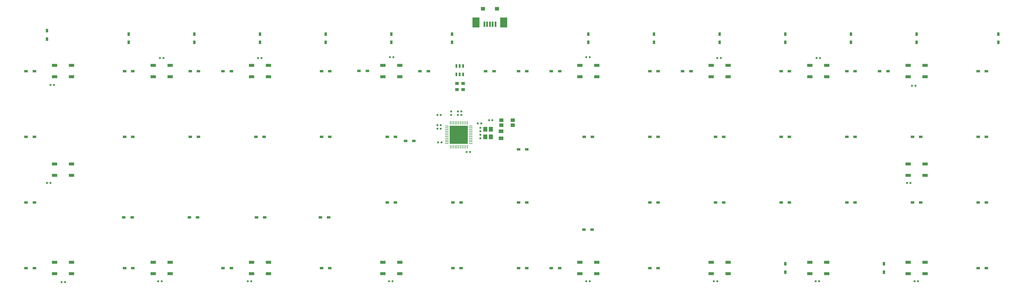
<source format=gbr>
%TF.GenerationSoftware,Altium Limited,Altium Designer,20.2.6 (244)*%
G04 Layer_Color=128*
%FSLAX45Y45*%
%MOMM*%
%TF.SameCoordinates,5881816B-C68B-4CD5-A74A-5D75E061FB32*%
%TF.FilePolarity,Positive*%
%TF.FileFunction,Paste,Bot*%
%TF.Part,Single*%
G01*
G75*
%TA.AperFunction,SMDPad,CuDef*%
%ADD23R,1.50000X0.90000*%
%ADD24R,0.50000X1.60000*%
%ADD25R,2.10000X2.90000*%
%ADD26R,1.30000X1.00000*%
%ADD27R,1.00000X0.80000*%
%ADD28R,0.60000X0.60000*%
%ADD29R,0.60000X1.10000*%
%ADD30R,0.80000X1.00000*%
%ADD31R,0.60000X0.60000*%
%ADD32R,1.00000X0.90000*%
%ADD33R,1.15000X1.40000*%
%ADD34R,1.40000X1.00000*%
%ADD35R,1.15000X1.05000*%
%ADD36R,5.30000X5.30000*%
%ADD37R,1.05000X0.25000*%
%ADD38R,0.25000X1.05000*%
D23*
X12137500Y-3975000D02*
D03*
X12137500Y-3645000D02*
D03*
X12627500D02*
D03*
X12627500Y-3975000D02*
D03*
Y-1117500D02*
D03*
X12627500Y-787500D02*
D03*
X12137500D02*
D03*
X12137500Y-1117500D02*
D03*
X9280000D02*
D03*
X9280000Y-787500D02*
D03*
X9770000D02*
D03*
X9770000Y-1117500D02*
D03*
X6912500D02*
D03*
X6912500Y-787500D02*
D03*
X6422500D02*
D03*
X6422500Y-1117500D02*
D03*
X2612500D02*
D03*
X2612500Y-787500D02*
D03*
X3102500D02*
D03*
X3102500Y-1117500D02*
D03*
X-2612500D02*
D03*
X-2612500Y-787500D02*
D03*
X-3102500D02*
D03*
X-3102500Y-1117500D02*
D03*
X-6912500D02*
D03*
X-6912500Y-787500D02*
D03*
X-6422500D02*
D03*
X-6422500Y-1117500D02*
D03*
X-9280000D02*
D03*
X-9280000Y-787500D02*
D03*
X-9770000D02*
D03*
X-9770000Y-1117500D02*
D03*
X-12627500D02*
D03*
X-12627500Y-787500D02*
D03*
X-12137500D02*
D03*
X-12137500Y-1117500D02*
D03*
Y-3975000D02*
D03*
X-12137500Y-3645000D02*
D03*
X-12627500D02*
D03*
X-12627500Y-3975000D02*
D03*
Y-6832500D02*
D03*
X-12627500Y-6502500D02*
D03*
X-12137500D02*
D03*
X-12137500Y-6832500D02*
D03*
X-9280000D02*
D03*
X-9280000Y-6502500D02*
D03*
X-9770000D02*
D03*
X-9770000Y-6832500D02*
D03*
X-6912500D02*
D03*
X-6912500Y-6502500D02*
D03*
X-6422500D02*
D03*
X-6422500Y-6832500D02*
D03*
X-2612500D02*
D03*
X-2612500Y-6502500D02*
D03*
X-3102500D02*
D03*
X-3102500Y-6832500D02*
D03*
X2612500D02*
D03*
X2612500Y-6502500D02*
D03*
X3102500D02*
D03*
X3102500Y-6832500D02*
D03*
X6912500D02*
D03*
X6912500Y-6502500D02*
D03*
X6422500D02*
D03*
X6422500Y-6832500D02*
D03*
X9280000D02*
D03*
X9280000Y-6502500D02*
D03*
X9770000D02*
D03*
X9770000Y-6832500D02*
D03*
X12627500D02*
D03*
X12627500Y-6502500D02*
D03*
X12137500D02*
D03*
X12137500Y-6832500D02*
D03*
D24*
X160000Y410000D02*
D03*
X80000D02*
D03*
X-80000D02*
D03*
X-160000D02*
D03*
X0D02*
D03*
D25*
X400000Y460000D02*
D03*
X-400000D02*
D03*
D26*
X210000Y860000D02*
D03*
X-200000D02*
D03*
D27*
X1072500Y-4762500D02*
D03*
X832500D02*
D03*
X-2205000Y-2975000D02*
D03*
X-2445000D02*
D03*
X-2977500Y-2857500D02*
D03*
X-2737500D02*
D03*
X2970000Y-5550000D02*
D03*
X2730000D02*
D03*
X-4680000Y-5200000D02*
D03*
X-4920000D02*
D03*
X-6530000D02*
D03*
X-6770000D02*
D03*
X-10380000D02*
D03*
X-10620000D02*
D03*
X-8480000D02*
D03*
X-8720000D02*
D03*
X-1072500Y-4762500D02*
D03*
X-832500D02*
D03*
X8452500D02*
D03*
X8692500D02*
D03*
X4642500D02*
D03*
X4882500D02*
D03*
X6547500D02*
D03*
X6787500D02*
D03*
X-3795000Y-950000D02*
D03*
X-3555000D02*
D03*
X830000Y-3225000D02*
D03*
X1070000D02*
D03*
X832500Y-952500D02*
D03*
X1072500D02*
D03*
X-120000D02*
D03*
X120000D02*
D03*
X14407500Y-6667500D02*
D03*
X14167500D02*
D03*
X-4882500Y-2857500D02*
D03*
X-4642500D02*
D03*
X-6787500D02*
D03*
X-6547500D02*
D03*
X-8692500Y-952500D02*
D03*
X-8452500D02*
D03*
X-10597500D02*
D03*
X-10357500D02*
D03*
X-13455000D02*
D03*
X-13214999D02*
D03*
X-2025000D02*
D03*
X-1785000D02*
D03*
X-4882500D02*
D03*
X-4642500D02*
D03*
X-7740000D02*
D03*
X-7500000D02*
D03*
X10357500D02*
D03*
X10597500D02*
D03*
X8692500D02*
D03*
X8452500D02*
D03*
X5595000D02*
D03*
X5835000D02*
D03*
X4642500D02*
D03*
X4882500D02*
D03*
X1785000D02*
D03*
X2025000D02*
D03*
X-8692500Y-2857500D02*
D03*
X-8452500D02*
D03*
X-10597500D02*
D03*
X-10357500D02*
D03*
X-13455000D02*
D03*
X-13214999D02*
D03*
X14167500Y-952500D02*
D03*
X14407500D02*
D03*
X11310000D02*
D03*
X11550000D02*
D03*
X4642500Y-6667500D02*
D03*
X4882500D02*
D03*
X1785000D02*
D03*
X2025000D02*
D03*
X832500D02*
D03*
X1072500D02*
D03*
X-1072500D02*
D03*
X-832500D02*
D03*
X-4882500D02*
D03*
X-4642500D02*
D03*
X-7500000D02*
D03*
X-7740000D02*
D03*
X-10597500D02*
D03*
X-10357500D02*
D03*
X-13455000D02*
D03*
X-13214999D02*
D03*
X14167500Y-4762500D02*
D03*
X14407500D02*
D03*
X12262500D02*
D03*
X12502500D02*
D03*
X10357500D02*
D03*
X10597500D02*
D03*
X-2977500D02*
D03*
X-2737500D02*
D03*
X-13455000D02*
D03*
X-13214999D02*
D03*
X14167500Y-2857500D02*
D03*
X14407500D02*
D03*
X12262500D02*
D03*
X12502500D02*
D03*
X10357500D02*
D03*
X10597500D02*
D03*
X8452500D02*
D03*
X8692500D02*
D03*
X6547500D02*
D03*
X6787500D02*
D03*
X4642500D02*
D03*
X4882500D02*
D03*
X2737500D02*
D03*
X2977500D02*
D03*
D28*
X-25000Y-2375000D02*
D03*
X75000D02*
D03*
X-1525000Y-2225000D02*
D03*
X-1425000D02*
D03*
X-6625000Y-575000D02*
D03*
X-6725000D02*
D03*
X-2800000Y-550000D02*
D03*
X-2900000D02*
D03*
X6700000Y-575000D02*
D03*
X6600000D02*
D03*
X9575000D02*
D03*
X9475000D02*
D03*
X-350000Y-2475000D02*
D03*
X-250000D02*
D03*
X-1425000Y-2525000D02*
D03*
X-1525000D02*
D03*
X-1425000Y-2625000D02*
D03*
X-1525000D02*
D03*
X-675000Y-3300000D02*
D03*
X-575000D02*
D03*
X-1400000Y-3025000D02*
D03*
X-1500000D02*
D03*
X-9525000Y-7050000D02*
D03*
X-9625000D02*
D03*
X2800000Y-550000D02*
D03*
X2900000D02*
D03*
X12250000Y-1375000D02*
D03*
X12350000D02*
D03*
X12100000Y-4200000D02*
D03*
X12200000D02*
D03*
X12325000Y-7050000D02*
D03*
X12425000D02*
D03*
X9450000D02*
D03*
X9550000D02*
D03*
X2800000D02*
D03*
X2900000D02*
D03*
X-2925000D02*
D03*
X-2825000D02*
D03*
X6500000D02*
D03*
X6600000D02*
D03*
X-7025000D02*
D03*
X-6925000D02*
D03*
X-12425000Y-7075000D02*
D03*
X-12325000D02*
D03*
X-9575000Y-575000D02*
D03*
X-9475000D02*
D03*
X-12750000Y-1350000D02*
D03*
X-12650000D02*
D03*
X-12850000Y-4200000D02*
D03*
X-12750000D02*
D03*
D29*
X-970000Y-800000D02*
D03*
X-875000D02*
D03*
X-780000D02*
D03*
Y-1050000D02*
D03*
X-875000D02*
D03*
X-970000D02*
D03*
D30*
X-1100000Y-120000D02*
D03*
Y120000D02*
D03*
X-6667500D02*
D03*
Y-120000D02*
D03*
X2857500Y120000D02*
D03*
Y-120000D02*
D03*
X11430000Y-6787500D02*
D03*
Y-6547500D02*
D03*
X-2857500Y120000D02*
D03*
Y-120000D02*
D03*
X-4762500Y120000D02*
D03*
Y-120000D02*
D03*
X-8572500Y120000D02*
D03*
Y-120000D02*
D03*
X-10477500Y120000D02*
D03*
Y-120000D02*
D03*
X-12850000Y220000D02*
D03*
Y-20000D02*
D03*
X10477500Y120000D02*
D03*
Y-120000D02*
D03*
X8572500Y120000D02*
D03*
Y-120000D02*
D03*
X6667500Y120000D02*
D03*
Y-120000D02*
D03*
X4762500Y120000D02*
D03*
Y-120000D02*
D03*
X14750000Y120000D02*
D03*
Y-120000D02*
D03*
X12382500Y120000D02*
D03*
Y-120000D02*
D03*
X8572500Y-6787500D02*
D03*
Y-6547500D02*
D03*
D31*
X-925000Y-2225000D02*
D03*
Y-2125000D02*
D03*
X-825000Y-2225000D02*
D03*
Y-2125000D02*
D03*
X-1125000Y-2225000D02*
D03*
Y-2125000D02*
D03*
X-275000Y-2600000D02*
D03*
Y-2700000D02*
D03*
Y-2800000D02*
D03*
Y-2900000D02*
D03*
D32*
X-950000Y-1485000D02*
D03*
Y-1315000D02*
D03*
X-775000Y-1485000D02*
D03*
Y-1315000D02*
D03*
D33*
X30000Y-2640000D02*
D03*
Y-2860000D02*
D03*
X-130000D02*
D03*
Y-2640000D02*
D03*
D34*
X325000Y-2900000D02*
D03*
Y-2700000D02*
D03*
D35*
X332500Y-2522500D02*
D03*
Y-2377500D02*
D03*
X667500Y-2522500D02*
D03*
Y-2377500D02*
D03*
D36*
X-900000Y-2800000D02*
D03*
D37*
X-1247500Y-2550000D02*
D03*
Y-2600000D02*
D03*
Y-2650000D02*
D03*
Y-2700000D02*
D03*
Y-2750000D02*
D03*
Y-2800000D02*
D03*
Y-2850000D02*
D03*
Y-2900000D02*
D03*
Y-2950000D02*
D03*
Y-3000000D02*
D03*
Y-3050000D02*
D03*
X-552500D02*
D03*
Y-3000000D02*
D03*
Y-2950000D02*
D03*
Y-2900000D02*
D03*
Y-2850000D02*
D03*
Y-2800000D02*
D03*
Y-2750000D02*
D03*
Y-2700000D02*
D03*
Y-2650000D02*
D03*
Y-2600000D02*
D03*
Y-2550000D02*
D03*
D38*
X-1150000Y-3147500D02*
D03*
X-1100000D02*
D03*
X-1050000D02*
D03*
X-1000000D02*
D03*
X-950000D02*
D03*
X-900000D02*
D03*
X-850000D02*
D03*
X-800000D02*
D03*
X-750000D02*
D03*
X-700000D02*
D03*
X-650000D02*
D03*
Y-2452500D02*
D03*
X-700000D02*
D03*
X-750000D02*
D03*
X-800000D02*
D03*
X-850000D02*
D03*
X-900000D02*
D03*
X-950000D02*
D03*
X-1000000D02*
D03*
X-1050000D02*
D03*
X-1100000D02*
D03*
X-1150000D02*
D03*
%TF.MD5,1d54eb0d4bf44995ef0908e383c96226*%
M02*

</source>
